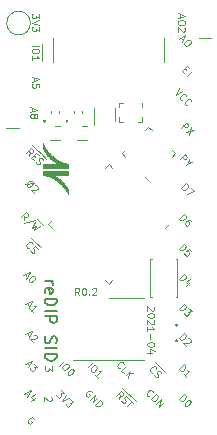
<source format=gto>
G04 #@! TF.GenerationSoftware,KiCad,Pcbnew,5.1.9-1.fc33*
G04 #@! TF.CreationDate,2021-04-27T13:35:09+02:00*
G04 #@! TF.ProjectId,reDIP-SID,72654449-502d-4534-9944-2e6b69636164,0.2*
G04 #@! TF.SameCoordinates,PX5e28010PY8011a50*
G04 #@! TF.FileFunction,Legend,Top*
G04 #@! TF.FilePolarity,Positive*
%FSLAX46Y46*%
G04 Gerber Fmt 4.6, Leading zero omitted, Abs format (unit mm)*
G04 Created by KiCad (PCBNEW 5.1.9-1.fc33) date 2021-04-27 13:35:09*
%MOMM*%
%LPD*%
G01*
G04 APERTURE LIST*
%ADD10C,0.120000*%
%ADD11C,0.200000*%
%ADD12C,0.350000*%
G04 APERTURE END LIST*
D10*
X105151428Y-123021428D02*
X104951428Y-122735714D01*
X104808571Y-123021428D02*
X104808571Y-122421428D01*
X105037142Y-122421428D01*
X105094285Y-122450000D01*
X105122857Y-122478571D01*
X105151428Y-122535714D01*
X105151428Y-122621428D01*
X105122857Y-122678571D01*
X105094285Y-122707142D01*
X105037142Y-122735714D01*
X104808571Y-122735714D01*
X105522857Y-122421428D02*
X105580000Y-122421428D01*
X105637142Y-122450000D01*
X105665714Y-122478571D01*
X105694285Y-122535714D01*
X105722857Y-122650000D01*
X105722857Y-122792857D01*
X105694285Y-122907142D01*
X105665714Y-122964285D01*
X105637142Y-122992857D01*
X105580000Y-123021428D01*
X105522857Y-123021428D01*
X105465714Y-122992857D01*
X105437142Y-122964285D01*
X105408571Y-122907142D01*
X105380000Y-122792857D01*
X105380000Y-122650000D01*
X105408571Y-122535714D01*
X105437142Y-122478571D01*
X105465714Y-122450000D01*
X105522857Y-122421428D01*
X105980000Y-122964285D02*
X106008571Y-122992857D01*
X105980000Y-123021428D01*
X105951428Y-122992857D01*
X105980000Y-122964285D01*
X105980000Y-123021428D01*
X106237142Y-122478571D02*
X106265714Y-122450000D01*
X106322857Y-122421428D01*
X106465714Y-122421428D01*
X106522857Y-122450000D01*
X106551428Y-122478571D01*
X106580000Y-122535714D01*
X106580000Y-122592857D01*
X106551428Y-122678571D01*
X106208571Y-123021428D01*
X106580000Y-123021428D01*
X111451428Y-124018571D02*
X111480000Y-124047142D01*
X111508571Y-124104285D01*
X111508571Y-124247142D01*
X111480000Y-124304285D01*
X111451428Y-124332857D01*
X111394285Y-124361428D01*
X111337142Y-124361428D01*
X111251428Y-124332857D01*
X110908571Y-123990000D01*
X110908571Y-124361428D01*
X111508571Y-124732857D02*
X111508571Y-124790000D01*
X111480000Y-124847142D01*
X111451428Y-124875714D01*
X111394285Y-124904285D01*
X111280000Y-124932857D01*
X111137142Y-124932857D01*
X111022857Y-124904285D01*
X110965714Y-124875714D01*
X110937142Y-124847142D01*
X110908571Y-124790000D01*
X110908571Y-124732857D01*
X110937142Y-124675714D01*
X110965714Y-124647142D01*
X111022857Y-124618571D01*
X111137142Y-124590000D01*
X111280000Y-124590000D01*
X111394285Y-124618571D01*
X111451428Y-124647142D01*
X111480000Y-124675714D01*
X111508571Y-124732857D01*
X111451428Y-125161428D02*
X111480000Y-125190000D01*
X111508571Y-125247142D01*
X111508571Y-125390000D01*
X111480000Y-125447142D01*
X111451428Y-125475714D01*
X111394285Y-125504285D01*
X111337142Y-125504285D01*
X111251428Y-125475714D01*
X110908571Y-125132857D01*
X110908571Y-125504285D01*
X110908571Y-126075714D02*
X110908571Y-125732857D01*
X110908571Y-125904285D02*
X111508571Y-125904285D01*
X111422857Y-125847142D01*
X111365714Y-125790000D01*
X111337142Y-125732857D01*
X111137142Y-126332857D02*
X111137142Y-126790000D01*
X111508571Y-127190000D02*
X111508571Y-127247142D01*
X111480000Y-127304285D01*
X111451428Y-127332857D01*
X111394285Y-127361428D01*
X111280000Y-127390000D01*
X111137142Y-127390000D01*
X111022857Y-127361428D01*
X110965714Y-127332857D01*
X110937142Y-127304285D01*
X110908571Y-127247142D01*
X110908571Y-127190000D01*
X110937142Y-127132857D01*
X110965714Y-127104285D01*
X111022857Y-127075714D01*
X111137142Y-127047142D01*
X111280000Y-127047142D01*
X111394285Y-127075714D01*
X111451428Y-127104285D01*
X111480000Y-127132857D01*
X111508571Y-127190000D01*
X111308571Y-127904285D02*
X110908571Y-127904285D01*
X111537142Y-127761428D02*
X111108571Y-127618571D01*
X111108571Y-127990000D01*
X113680000Y-99247142D02*
X113680000Y-99532857D01*
X113508571Y-99190000D02*
X114108571Y-99390000D01*
X113508571Y-99590000D01*
X114108571Y-99904285D02*
X114108571Y-100018571D01*
X114080000Y-100075714D01*
X114022857Y-100132857D01*
X113908571Y-100161428D01*
X113708571Y-100161428D01*
X113594285Y-100132857D01*
X113537142Y-100075714D01*
X113508571Y-100018571D01*
X113508571Y-99904285D01*
X113537142Y-99847142D01*
X113594285Y-99790000D01*
X113708571Y-99761428D01*
X113908571Y-99761428D01*
X114022857Y-99790000D01*
X114080000Y-99847142D01*
X114108571Y-99904285D01*
X114051428Y-100390000D02*
X114080000Y-100418571D01*
X114108571Y-100475714D01*
X114108571Y-100618571D01*
X114080000Y-100675714D01*
X114051428Y-100704285D01*
X113994285Y-100732857D01*
X113937142Y-100732857D01*
X113851428Y-100704285D01*
X113508571Y-100361428D01*
X113508571Y-100732857D01*
X102741428Y-131668571D02*
X102770000Y-131697142D01*
X102798571Y-131754285D01*
X102798571Y-131897142D01*
X102770000Y-131954285D01*
X102741428Y-131982857D01*
X102684285Y-132011428D01*
X102627142Y-132011428D01*
X102541428Y-131982857D01*
X102198571Y-131640000D01*
X102198571Y-132011428D01*
X102808571Y-129070000D02*
X102808571Y-129441428D01*
X102580000Y-129241428D01*
X102580000Y-129327142D01*
X102551428Y-129384285D01*
X102522857Y-129412857D01*
X102465714Y-129441428D01*
X102322857Y-129441428D01*
X102265714Y-129412857D01*
X102237142Y-129384285D01*
X102208571Y-129327142D01*
X102208571Y-129155714D01*
X102237142Y-129098571D01*
X102265714Y-129070000D01*
X103597055Y-131082385D02*
X103859695Y-131345025D01*
X103556649Y-131365228D01*
X103617258Y-131425837D01*
X103637461Y-131486446D01*
X103637461Y-131526852D01*
X103617258Y-131587461D01*
X103516243Y-131688477D01*
X103455634Y-131708680D01*
X103415228Y-131708680D01*
X103354619Y-131688477D01*
X103233400Y-131567258D01*
X103213197Y-131506649D01*
X103213197Y-131466243D01*
X103980913Y-131466243D02*
X103698071Y-132031928D01*
X104263756Y-131749086D01*
X104364771Y-131850101D02*
X104627411Y-132112741D01*
X104324365Y-132132944D01*
X104384974Y-132193553D01*
X104405177Y-132254162D01*
X104405177Y-132294568D01*
X104384974Y-132355177D01*
X104283959Y-132456193D01*
X104223350Y-132476396D01*
X104182944Y-132476396D01*
X104122335Y-132456193D01*
X104001116Y-132334974D01*
X103980913Y-132274365D01*
X103980913Y-132233959D01*
X103453806Y-128997664D02*
X103878071Y-128573400D01*
X104160913Y-128856243D02*
X104241725Y-128937055D01*
X104261928Y-128997664D01*
X104261928Y-129078477D01*
X104201319Y-129179492D01*
X104059898Y-129320913D01*
X103958883Y-129381522D01*
X103878071Y-129381522D01*
X103817461Y-129361319D01*
X103736649Y-129280507D01*
X103716446Y-129219898D01*
X103716446Y-129139086D01*
X103777055Y-129038071D01*
X103918477Y-128896649D01*
X104019492Y-128836040D01*
X104100304Y-128836040D01*
X104160913Y-128856243D01*
X104605380Y-129300710D02*
X104645786Y-129341116D01*
X104665990Y-129401725D01*
X104665990Y-129442132D01*
X104645786Y-129502741D01*
X104585177Y-129603756D01*
X104484162Y-129704771D01*
X104383147Y-129765380D01*
X104322538Y-129785583D01*
X104282132Y-129785583D01*
X104221522Y-129765380D01*
X104181116Y-129724974D01*
X104160913Y-129664365D01*
X104160913Y-129623959D01*
X104181116Y-129563350D01*
X104241725Y-129462335D01*
X104342741Y-129361319D01*
X104443756Y-129300710D01*
X104504365Y-129280507D01*
X104544771Y-129280507D01*
X104605380Y-129300710D01*
X106248883Y-131274619D02*
X106228680Y-131214009D01*
X106168071Y-131153400D01*
X106087258Y-131112994D01*
X106006446Y-131112994D01*
X105945837Y-131133197D01*
X105844822Y-131193806D01*
X105784213Y-131254416D01*
X105723603Y-131355431D01*
X105703400Y-131416040D01*
X105703400Y-131496852D01*
X105743806Y-131577664D01*
X105784213Y-131618071D01*
X105865025Y-131658477D01*
X105905431Y-131658477D01*
X106046852Y-131517055D01*
X105966040Y-131436243D01*
X106046852Y-131880710D02*
X106471116Y-131456446D01*
X106289289Y-132123147D01*
X106713553Y-131698883D01*
X106491319Y-132325177D02*
X106915583Y-131900913D01*
X107016599Y-132001928D01*
X107057005Y-132082741D01*
X107057005Y-132163553D01*
X107036802Y-132224162D01*
X106976193Y-132325177D01*
X106915583Y-132385786D01*
X106814568Y-132446396D01*
X106753959Y-132466599D01*
X106673147Y-132466599D01*
X106592335Y-132426193D01*
X106491319Y-132325177D01*
X105843806Y-129147664D02*
X106268071Y-128723400D01*
X106550913Y-129006243D02*
X106631725Y-129087055D01*
X106651928Y-129147664D01*
X106651928Y-129228477D01*
X106591319Y-129329492D01*
X106449898Y-129470913D01*
X106348883Y-129531522D01*
X106268071Y-129531522D01*
X106207461Y-129511319D01*
X106126649Y-129430507D01*
X106106446Y-129369898D01*
X106106446Y-129289086D01*
X106167055Y-129188071D01*
X106308477Y-129046649D01*
X106409492Y-128986040D01*
X106490304Y-128986040D01*
X106550913Y-129006243D01*
X106712538Y-130016396D02*
X106470101Y-129773959D01*
X106591319Y-129895177D02*
X107015583Y-129470913D01*
X106914568Y-129491116D01*
X106833756Y-129491116D01*
X106773147Y-129470913D01*
X108575938Y-129238984D02*
X108535532Y-129238984D01*
X108454720Y-129198578D01*
X108414314Y-129158172D01*
X108373908Y-129077360D01*
X108373908Y-128996548D01*
X108394111Y-128935938D01*
X108454720Y-128834923D01*
X108515329Y-128774314D01*
X108616345Y-128713705D01*
X108676954Y-128693502D01*
X108757766Y-128693502D01*
X108838578Y-128733908D01*
X108878984Y-128774314D01*
X108919390Y-128855126D01*
X108919390Y-128895532D01*
X108919390Y-129663248D02*
X108717360Y-129461218D01*
X109141624Y-129036954D01*
X109060812Y-129804670D02*
X109485076Y-129380406D01*
X109303248Y-130047106D02*
X109363857Y-129622842D01*
X109727512Y-129622842D02*
X109242639Y-129622842D01*
X108779991Y-130868434D02*
X109204255Y-131292698D01*
X108515735Y-131819593D02*
X108576345Y-131476142D01*
X108273299Y-131577157D02*
X108697563Y-131152893D01*
X108859187Y-131314517D01*
X108879390Y-131375126D01*
X108879390Y-131415532D01*
X108859187Y-131476142D01*
X108798578Y-131536751D01*
X108737969Y-131556954D01*
X108697563Y-131556954D01*
X108636954Y-131536751D01*
X108475329Y-131375126D01*
X109204255Y-131292698D02*
X109608316Y-131696759D01*
X108697563Y-131961015D02*
X108737969Y-132041827D01*
X108838984Y-132142842D01*
X108899593Y-132163045D01*
X108940000Y-132163045D01*
X109000609Y-132142842D01*
X109041015Y-132102436D01*
X109061218Y-132041827D01*
X109061218Y-132001421D01*
X109041015Y-131940812D01*
X108980406Y-131839796D01*
X108960203Y-131779187D01*
X108960203Y-131738781D01*
X108980406Y-131678172D01*
X109020812Y-131637766D01*
X109081421Y-131617563D01*
X109121827Y-131617563D01*
X109182436Y-131637766D01*
X109283451Y-131738781D01*
X109323857Y-131819593D01*
X109608316Y-131696759D02*
X109931565Y-132020008D01*
X109465279Y-131920609D02*
X109707715Y-132163045D01*
X109162233Y-132466091D02*
X109586497Y-132041827D01*
X111561616Y-128700058D02*
X111985880Y-129124322D01*
X111337766Y-129610812D02*
X111297360Y-129610812D01*
X111216548Y-129570406D01*
X111176142Y-129530000D01*
X111135735Y-129449187D01*
X111135735Y-129368375D01*
X111155938Y-129307766D01*
X111216548Y-129206751D01*
X111277157Y-129146142D01*
X111378172Y-129085532D01*
X111438781Y-129065329D01*
X111519593Y-129065329D01*
X111600406Y-129105735D01*
X111640812Y-129146142D01*
X111681218Y-129226954D01*
X111681218Y-129267360D01*
X111985880Y-129124322D02*
X112389941Y-129528383D01*
X111479187Y-129792639D02*
X111519593Y-129873451D01*
X111620609Y-129974467D01*
X111681218Y-129994670D01*
X111721624Y-129994670D01*
X111782233Y-129974467D01*
X111822639Y-129934061D01*
X111842842Y-129873451D01*
X111842842Y-129833045D01*
X111822639Y-129772436D01*
X111762030Y-129671421D01*
X111741827Y-129610812D01*
X111741827Y-129570406D01*
X111762030Y-129509796D01*
X111802436Y-129469390D01*
X111863045Y-129449187D01*
X111903451Y-129449187D01*
X111964061Y-129469390D01*
X112065076Y-129570406D01*
X112105482Y-129651218D01*
X111065431Y-131618477D02*
X111025025Y-131618477D01*
X110944213Y-131578071D01*
X110903806Y-131537664D01*
X110863400Y-131456852D01*
X110863400Y-131376040D01*
X110883603Y-131315431D01*
X110944213Y-131214416D01*
X111004822Y-131153806D01*
X111105837Y-131093197D01*
X111166446Y-131072994D01*
X111247258Y-131072994D01*
X111328071Y-131113400D01*
X111368477Y-131153806D01*
X111408883Y-131234619D01*
X111408883Y-131275025D01*
X111206852Y-131840710D02*
X111631116Y-131416446D01*
X111732132Y-131517461D01*
X111772538Y-131598274D01*
X111772538Y-131679086D01*
X111752335Y-131739695D01*
X111691725Y-131840710D01*
X111631116Y-131901319D01*
X111530101Y-131961928D01*
X111469492Y-131982132D01*
X111388680Y-131982132D01*
X111307867Y-131941725D01*
X111206852Y-131840710D01*
X111631116Y-132264974D02*
X112055380Y-131840710D01*
X111873553Y-132507411D01*
X112297817Y-132083147D01*
X113574923Y-124188781D02*
X113999187Y-123764517D01*
X114100203Y-123865532D01*
X114140609Y-123946345D01*
X114140609Y-124027157D01*
X114120406Y-124087766D01*
X114059796Y-124188781D01*
X113999187Y-124249390D01*
X113898172Y-124310000D01*
X113837563Y-124330203D01*
X113756751Y-124330203D01*
X113675938Y-124289796D01*
X113574923Y-124188781D01*
X114383045Y-124148375D02*
X114645685Y-124411015D01*
X114342639Y-124431218D01*
X114403248Y-124491827D01*
X114423451Y-124552436D01*
X114423451Y-124592842D01*
X114403248Y-124653451D01*
X114302233Y-124754467D01*
X114241624Y-124774670D01*
X114201218Y-124774670D01*
X114140609Y-124754467D01*
X114019390Y-124633248D01*
X113999187Y-124572639D01*
X113999187Y-124532233D01*
X113594923Y-121638781D02*
X114019187Y-121214517D01*
X114120203Y-121315532D01*
X114160609Y-121396345D01*
X114160609Y-121477157D01*
X114140406Y-121537766D01*
X114079796Y-121638781D01*
X114019187Y-121699390D01*
X113918172Y-121760000D01*
X113857563Y-121780203D01*
X113776751Y-121780203D01*
X113695938Y-121739796D01*
X113594923Y-121638781D01*
X114483857Y-121962030D02*
X114201015Y-122244873D01*
X114544467Y-121699390D02*
X114140406Y-121901421D01*
X114403045Y-122164061D01*
X100726243Y-126277664D02*
X100928274Y-126479695D01*
X100564619Y-126358477D02*
X101130304Y-126075634D01*
X100847461Y-126641319D01*
X101352538Y-126378680D02*
X101392944Y-126378680D01*
X101453553Y-126398883D01*
X101554568Y-126499898D01*
X101574771Y-126560507D01*
X101574771Y-126600913D01*
X101554568Y-126661522D01*
X101514162Y-126701928D01*
X101433350Y-126742335D01*
X100948477Y-126742335D01*
X101211116Y-127004974D01*
X100696243Y-128787664D02*
X100898274Y-128989695D01*
X100534619Y-128868477D02*
X101100304Y-128585634D01*
X100817461Y-129151319D01*
X101342741Y-128828071D02*
X101605380Y-129090710D01*
X101302335Y-129110913D01*
X101362944Y-129171522D01*
X101383147Y-129232132D01*
X101383147Y-129272538D01*
X101362944Y-129333147D01*
X101261928Y-129434162D01*
X101201319Y-129454365D01*
X101160913Y-129454365D01*
X101100304Y-129434162D01*
X100979086Y-129312944D01*
X100958883Y-129252335D01*
X100958883Y-129211928D01*
X100726243Y-123737664D02*
X100928274Y-123939695D01*
X100564619Y-123818477D02*
X101130304Y-123535634D01*
X100847461Y-124101319D01*
X101211116Y-124464974D02*
X100968680Y-124222538D01*
X101089898Y-124343756D02*
X101514162Y-123919492D01*
X101413147Y-123939695D01*
X101332335Y-123939695D01*
X101271725Y-123919492D01*
X113594923Y-116568781D02*
X114019187Y-116144517D01*
X114120203Y-116245532D01*
X114160609Y-116326345D01*
X114160609Y-116407157D01*
X114140406Y-116467766D01*
X114079796Y-116568781D01*
X114019187Y-116629390D01*
X113918172Y-116690000D01*
X113857563Y-116710203D01*
X113776751Y-116710203D01*
X113695938Y-116669796D01*
X113594923Y-116568781D01*
X114625279Y-116750609D02*
X114544467Y-116669796D01*
X114483857Y-116649593D01*
X114443451Y-116649593D01*
X114342436Y-116669796D01*
X114241421Y-116730406D01*
X114079796Y-116892030D01*
X114059593Y-116952639D01*
X114059593Y-116993045D01*
X114079796Y-117053654D01*
X114160609Y-117134467D01*
X114221218Y-117154670D01*
X114261624Y-117154670D01*
X114322233Y-117134467D01*
X114423248Y-117033451D01*
X114443451Y-116972842D01*
X114443451Y-116932436D01*
X114423248Y-116871827D01*
X114342436Y-116791015D01*
X114281827Y-116770812D01*
X114241421Y-116770812D01*
X114180812Y-116791015D01*
X113584923Y-119098781D02*
X114009187Y-118674517D01*
X114110203Y-118775532D01*
X114150609Y-118856345D01*
X114150609Y-118937157D01*
X114130406Y-118997766D01*
X114069796Y-119098781D01*
X114009187Y-119159390D01*
X113908172Y-119220000D01*
X113847563Y-119240203D01*
X113766751Y-119240203D01*
X113685938Y-119199796D01*
X113584923Y-119098781D01*
X114635482Y-119300812D02*
X114433451Y-119098781D01*
X114211218Y-119280609D01*
X114251624Y-119280609D01*
X114312233Y-119300812D01*
X114413248Y-119401827D01*
X114433451Y-119462436D01*
X114433451Y-119502842D01*
X114413248Y-119563451D01*
X114312233Y-119664467D01*
X114251624Y-119684670D01*
X114211218Y-119684670D01*
X114150609Y-119664467D01*
X114049593Y-119563451D01*
X114029390Y-119502842D01*
X114029390Y-119462436D01*
X113574923Y-126668781D02*
X113999187Y-126244517D01*
X114100203Y-126345532D01*
X114140609Y-126426345D01*
X114140609Y-126507157D01*
X114120406Y-126567766D01*
X114059796Y-126668781D01*
X113999187Y-126729390D01*
X113898172Y-126790000D01*
X113837563Y-126810203D01*
X113756751Y-126810203D01*
X113675938Y-126769796D01*
X113574923Y-126668781D01*
X114362842Y-126688984D02*
X114403248Y-126688984D01*
X114463857Y-126709187D01*
X114564873Y-126810203D01*
X114585076Y-126870812D01*
X114585076Y-126911218D01*
X114564873Y-126971827D01*
X114524467Y-127012233D01*
X114443654Y-127052639D01*
X113958781Y-127052639D01*
X114221421Y-127315279D01*
X113564923Y-129308781D02*
X113989187Y-128884517D01*
X114090203Y-128985532D01*
X114130609Y-129066345D01*
X114130609Y-129147157D01*
X114110406Y-129207766D01*
X114049796Y-129308781D01*
X113989187Y-129369390D01*
X113888172Y-129430000D01*
X113827563Y-129450203D01*
X113746751Y-129450203D01*
X113665938Y-129409796D01*
X113564923Y-129308781D01*
X114211421Y-129955279D02*
X113968984Y-129712842D01*
X114090203Y-129834061D02*
X114514467Y-129409796D01*
X114413451Y-129430000D01*
X114332639Y-129430000D01*
X114272030Y-129409796D01*
X101149687Y-110298129D02*
X101573951Y-110722393D01*
X100885431Y-111249289D02*
X100946040Y-110905837D01*
X100642994Y-111006852D02*
X101067258Y-110582588D01*
X101228883Y-110744213D01*
X101249086Y-110804822D01*
X101249086Y-110845228D01*
X101228883Y-110905837D01*
X101168274Y-110966446D01*
X101107664Y-110986649D01*
X101067258Y-110986649D01*
X101006649Y-110966446D01*
X100845025Y-110804822D01*
X101573951Y-110722393D02*
X101957809Y-111106251D01*
X101289492Y-111208883D02*
X101430913Y-111350304D01*
X101269289Y-111633147D02*
X101067258Y-111431116D01*
X101491522Y-111006852D01*
X101693553Y-111208883D01*
X101957809Y-111106251D02*
X102361870Y-111510312D01*
X101451116Y-111774568D02*
X101491522Y-111855380D01*
X101592538Y-111956396D01*
X101653147Y-111976599D01*
X101693553Y-111976599D01*
X101754162Y-111956396D01*
X101794568Y-111915990D01*
X101814771Y-111855380D01*
X101814771Y-111814974D01*
X101794568Y-111754365D01*
X101733959Y-111653350D01*
X101713756Y-111592741D01*
X101713756Y-111552335D01*
X101733959Y-111491725D01*
X101774365Y-111451319D01*
X101834974Y-111431116D01*
X101875380Y-111431116D01*
X101935990Y-111451319D01*
X102037005Y-111552335D01*
X102077411Y-111633147D01*
X101331928Y-113557258D02*
X100584416Y-113658274D01*
X100705634Y-113779492D02*
X100685431Y-113718883D01*
X100685431Y-113638071D01*
X100746040Y-113537055D01*
X100887461Y-113395634D01*
X100988477Y-113335025D01*
X101069289Y-113335025D01*
X101129898Y-113355228D01*
X101210710Y-113436040D01*
X101230913Y-113496649D01*
X101230913Y-113577461D01*
X101170304Y-113678477D01*
X101028883Y-113819898D01*
X100927867Y-113880507D01*
X100847055Y-113880507D01*
X100786446Y-113860304D01*
X100705634Y-113779492D01*
X101432944Y-113739086D02*
X101473350Y-113739086D01*
X101533959Y-113759289D01*
X101634974Y-113860304D01*
X101655177Y-113920913D01*
X101655177Y-113961319D01*
X101634974Y-114021928D01*
X101594568Y-114062335D01*
X101513756Y-114102741D01*
X101028883Y-114102741D01*
X101291522Y-114365380D01*
X100424720Y-116678578D02*
X100485329Y-116335126D01*
X100182284Y-116436142D02*
X100606548Y-116011877D01*
X100768172Y-116173502D01*
X100788375Y-116234111D01*
X100788375Y-116274517D01*
X100768172Y-116335126D01*
X100707563Y-116395735D01*
X100646954Y-116415938D01*
X100606548Y-116415938D01*
X100545938Y-116395735D01*
X100384314Y-116234111D01*
X101354061Y-116718984D02*
X100444923Y-116900812D01*
X101557707Y-116596150D02*
X102042580Y-117081023D01*
X101434873Y-116840203D02*
X101111624Y-117365482D01*
X101495482Y-117143248D01*
X101273248Y-117527106D01*
X101798528Y-117203857D01*
X101071616Y-118160058D02*
X101495880Y-118584322D01*
X100847766Y-119070812D02*
X100807360Y-119070812D01*
X100726548Y-119030406D01*
X100686142Y-118990000D01*
X100645735Y-118909187D01*
X100645735Y-118828375D01*
X100665938Y-118767766D01*
X100726548Y-118666751D01*
X100787157Y-118606142D01*
X100888172Y-118545532D01*
X100948781Y-118525329D01*
X101029593Y-118525329D01*
X101110406Y-118565735D01*
X101150812Y-118606142D01*
X101191218Y-118686954D01*
X101191218Y-118727360D01*
X101495880Y-118584322D02*
X101899941Y-118988383D01*
X100989187Y-119252639D02*
X101029593Y-119333451D01*
X101130609Y-119434467D01*
X101191218Y-119454670D01*
X101231624Y-119454670D01*
X101292233Y-119434467D01*
X101332639Y-119394061D01*
X101352842Y-119333451D01*
X101352842Y-119293045D01*
X101332639Y-119232436D01*
X101272030Y-119131421D01*
X101251827Y-119070812D01*
X101251827Y-119030406D01*
X101272030Y-118969796D01*
X101312436Y-118929390D01*
X101373045Y-118909187D01*
X101413451Y-118909187D01*
X101474061Y-118929390D01*
X101575076Y-119030406D01*
X101615482Y-119111218D01*
X100546243Y-121267664D02*
X100748274Y-121469695D01*
X100384619Y-121348477D02*
X100950304Y-121065634D01*
X100667461Y-121631319D01*
X101313959Y-121429289D02*
X101354365Y-121469695D01*
X101374568Y-121530304D01*
X101374568Y-121570710D01*
X101354365Y-121631319D01*
X101293756Y-121732335D01*
X101192741Y-121833350D01*
X101091725Y-121893959D01*
X101031116Y-121914162D01*
X100990710Y-121914162D01*
X100930101Y-121893959D01*
X100889695Y-121853553D01*
X100869492Y-121792944D01*
X100869492Y-121752538D01*
X100889695Y-121691928D01*
X100950304Y-121590913D01*
X101051319Y-121489898D01*
X101152335Y-121429289D01*
X101212944Y-121409086D01*
X101253350Y-121409086D01*
X101313959Y-121429289D01*
X100636243Y-131307664D02*
X100838274Y-131509695D01*
X100474619Y-131388477D02*
X101040304Y-131105634D01*
X100757461Y-131671319D01*
X101363553Y-131711725D02*
X101080710Y-131994568D01*
X101424162Y-131449086D02*
X101020101Y-131651116D01*
X101282741Y-131913756D01*
X113574923Y-131838781D02*
X113999187Y-131414517D01*
X114100203Y-131515532D01*
X114140609Y-131596345D01*
X114140609Y-131677157D01*
X114120406Y-131737766D01*
X114059796Y-131838781D01*
X113999187Y-131899390D01*
X113898172Y-131960000D01*
X113837563Y-131980203D01*
X113756751Y-131980203D01*
X113675938Y-131939796D01*
X113574923Y-131838781D01*
X114504264Y-131919593D02*
X114544670Y-131960000D01*
X114564873Y-132020609D01*
X114564873Y-132061015D01*
X114544670Y-132121624D01*
X114484061Y-132222639D01*
X114383045Y-132323654D01*
X114282030Y-132384264D01*
X114221421Y-132404467D01*
X114181015Y-132404467D01*
X114120406Y-132384264D01*
X114080000Y-132343857D01*
X114059796Y-132283248D01*
X114059796Y-132242842D01*
X114080000Y-132182233D01*
X114140609Y-132081218D01*
X114241624Y-131980203D01*
X114342639Y-131919593D01*
X114403248Y-131899390D01*
X114443654Y-131899390D01*
X114504264Y-131919593D01*
X113794923Y-114008781D02*
X114219187Y-113584517D01*
X114320203Y-113685532D01*
X114360609Y-113766345D01*
X114360609Y-113847157D01*
X114340406Y-113907766D01*
X114279796Y-114008781D01*
X114219187Y-114069390D01*
X114118172Y-114130000D01*
X114057563Y-114150203D01*
X113976751Y-114150203D01*
X113895938Y-114109796D01*
X113794923Y-114008781D01*
X114603045Y-113968375D02*
X114885888Y-114251218D01*
X114279796Y-114493654D01*
X113635126Y-111538984D02*
X114059390Y-111114720D01*
X114221015Y-111276345D01*
X114241218Y-111336954D01*
X114241218Y-111377360D01*
X114221015Y-111437969D01*
X114160406Y-111498578D01*
X114099796Y-111518781D01*
X114059390Y-111518781D01*
X113998781Y-111498578D01*
X113837157Y-111336954D01*
X114342233Y-111842030D02*
X114140203Y-112044061D01*
X114423045Y-111478375D02*
X114342233Y-111842030D01*
X114705888Y-111761218D01*
X113754923Y-108848781D02*
X114179187Y-108424517D01*
X114340812Y-108586142D01*
X114361015Y-108646751D01*
X114361015Y-108687157D01*
X114340812Y-108747766D01*
X114280203Y-108808375D01*
X114219593Y-108828578D01*
X114179187Y-108828578D01*
X114118578Y-108808375D01*
X113956954Y-108646751D01*
X114563045Y-108808375D02*
X114421624Y-109515482D01*
X114845888Y-109091218D02*
X114138781Y-109232639D01*
X116310000Y-101270000D02*
X115240000Y-101270000D01*
X114068375Y-103847766D02*
X114209796Y-103989187D01*
X114048172Y-104272030D02*
X113846142Y-104070000D01*
X114270406Y-103645735D01*
X114472436Y-103847766D01*
X114230000Y-104453857D02*
X114654264Y-104029593D01*
X113716040Y-101257461D02*
X113918071Y-101459492D01*
X113554416Y-101338274D02*
X114120101Y-101055431D01*
X113837258Y-101621116D01*
X114483756Y-101419086D02*
X114564568Y-101499898D01*
X114584771Y-101560507D01*
X114584771Y-101641319D01*
X114524162Y-101742335D01*
X114382741Y-101883756D01*
X114281725Y-101944365D01*
X114200913Y-101944365D01*
X114140304Y-101924162D01*
X114059492Y-101843350D01*
X114039289Y-101782741D01*
X114039289Y-101701928D01*
X114099898Y-101600913D01*
X114241319Y-101459492D01*
X114342335Y-101398883D01*
X114423147Y-101398883D01*
X114483756Y-101419086D01*
X101000000Y-100000000D02*
G75*
G03*
X101000000Y-100000000I-1000000J0D01*
G01*
X101343248Y-133558984D02*
X101323045Y-133498375D01*
X101262436Y-133437766D01*
X101181624Y-133397360D01*
X101100812Y-133397360D01*
X101040203Y-133417563D01*
X100939187Y-133478172D01*
X100878578Y-133538781D01*
X100817969Y-133639796D01*
X100797766Y-133700406D01*
X100797766Y-133781218D01*
X100838172Y-133862030D01*
X100878578Y-133902436D01*
X100959390Y-133942842D01*
X100999796Y-133942842D01*
X101141218Y-133801421D01*
X101060406Y-133720609D01*
X113576649Y-105501979D02*
X113293806Y-106067664D01*
X113859492Y-105784822D01*
X113859492Y-106552538D02*
X113819086Y-106552538D01*
X113738274Y-106512132D01*
X113697867Y-106471725D01*
X113657461Y-106390913D01*
X113657461Y-106310101D01*
X113677664Y-106249492D01*
X113738274Y-106148477D01*
X113798883Y-106087867D01*
X113899898Y-106027258D01*
X113960507Y-106007055D01*
X114041319Y-106007055D01*
X114122132Y-106047461D01*
X114162538Y-106087867D01*
X114202944Y-106168680D01*
X114202944Y-106209086D01*
X114283756Y-106976802D02*
X114243350Y-106976802D01*
X114162538Y-106936396D01*
X114122132Y-106895990D01*
X114081725Y-106815177D01*
X114081725Y-106734365D01*
X114101928Y-106673756D01*
X114162538Y-106572741D01*
X114223147Y-106512132D01*
X114324162Y-106451522D01*
X114384771Y-106431319D01*
X114465583Y-106431319D01*
X114546396Y-106471725D01*
X114586802Y-106512132D01*
X114627208Y-106592944D01*
X114627208Y-106633350D01*
X100000000Y-108890000D02*
X98930000Y-108890000D01*
X101160000Y-107191428D02*
X101160000Y-107477142D01*
X100988571Y-107134285D02*
X101588571Y-107334285D01*
X100988571Y-107534285D01*
X101331428Y-107820000D02*
X101360000Y-107762857D01*
X101388571Y-107734285D01*
X101445714Y-107705714D01*
X101474285Y-107705714D01*
X101531428Y-107734285D01*
X101560000Y-107762857D01*
X101588571Y-107820000D01*
X101588571Y-107934285D01*
X101560000Y-107991428D01*
X101531428Y-108020000D01*
X101474285Y-108048571D01*
X101445714Y-108048571D01*
X101388571Y-108020000D01*
X101360000Y-107991428D01*
X101331428Y-107934285D01*
X101331428Y-107820000D01*
X101302857Y-107762857D01*
X101274285Y-107734285D01*
X101217142Y-107705714D01*
X101102857Y-107705714D01*
X101045714Y-107734285D01*
X101017142Y-107762857D01*
X100988571Y-107820000D01*
X100988571Y-107934285D01*
X101017142Y-107991428D01*
X101045714Y-108020000D01*
X101102857Y-108048571D01*
X101217142Y-108048571D01*
X101274285Y-108020000D01*
X101302857Y-107991428D01*
X101331428Y-107934285D01*
X101300000Y-104621428D02*
X101300000Y-104907142D01*
X101128571Y-104564285D02*
X101728571Y-104764285D01*
X101128571Y-104964285D01*
X101728571Y-105450000D02*
X101728571Y-105164285D01*
X101442857Y-105135714D01*
X101471428Y-105164285D01*
X101500000Y-105221428D01*
X101500000Y-105364285D01*
X101471428Y-105421428D01*
X101442857Y-105450000D01*
X101385714Y-105478571D01*
X101242857Y-105478571D01*
X101185714Y-105450000D01*
X101157142Y-105421428D01*
X101128571Y-105364285D01*
X101128571Y-105221428D01*
X101157142Y-105164285D01*
X101185714Y-105135714D01*
X101988000Y-101767142D02*
X101988000Y-102052857D01*
X101128571Y-101910000D02*
X101728571Y-101910000D01*
X101988000Y-102052857D02*
X101988000Y-102681428D01*
X101728571Y-102310000D02*
X101728571Y-102424285D01*
X101700000Y-102481428D01*
X101642857Y-102538571D01*
X101528571Y-102567142D01*
X101328571Y-102567142D01*
X101214285Y-102538571D01*
X101157142Y-102481428D01*
X101128571Y-102424285D01*
X101128571Y-102310000D01*
X101157142Y-102252857D01*
X101214285Y-102195714D01*
X101328571Y-102167142D01*
X101528571Y-102167142D01*
X101642857Y-102195714D01*
X101700000Y-102252857D01*
X101728571Y-102310000D01*
X101988000Y-102681428D02*
X101988000Y-103252857D01*
X101128571Y-103138571D02*
X101128571Y-102795714D01*
X101128571Y-102967142D02*
X101728571Y-102967142D01*
X101642857Y-102910000D01*
X101585714Y-102852857D01*
X101557142Y-102795714D01*
X101728571Y-99227142D02*
X101728571Y-99598571D01*
X101500000Y-99398571D01*
X101500000Y-99484285D01*
X101471428Y-99541428D01*
X101442857Y-99570000D01*
X101385714Y-99598571D01*
X101242857Y-99598571D01*
X101185714Y-99570000D01*
X101157142Y-99541428D01*
X101128571Y-99484285D01*
X101128571Y-99312857D01*
X101157142Y-99255714D01*
X101185714Y-99227142D01*
X101728571Y-99770000D02*
X101128571Y-99970000D01*
X101728571Y-100170000D01*
X101728571Y-100312857D02*
X101728571Y-100684285D01*
X101500000Y-100484285D01*
X101500000Y-100570000D01*
X101471428Y-100627142D01*
X101442857Y-100655714D01*
X101385714Y-100684285D01*
X101242857Y-100684285D01*
X101185714Y-100655714D01*
X101157142Y-100627142D01*
X101128571Y-100570000D01*
X101128571Y-100398571D01*
X101157142Y-100341428D01*
X101185714Y-100312857D01*
D11*
X102227619Y-121866666D02*
X102894285Y-121866666D01*
X102703809Y-121866666D02*
X102799047Y-121914285D01*
X102846666Y-121961904D01*
X102894285Y-122057142D01*
X102894285Y-122152380D01*
X102275238Y-122866666D02*
X102227619Y-122771428D01*
X102227619Y-122580952D01*
X102275238Y-122485714D01*
X102370476Y-122438095D01*
X102751428Y-122438095D01*
X102846666Y-122485714D01*
X102894285Y-122580952D01*
X102894285Y-122771428D01*
X102846666Y-122866666D01*
X102751428Y-122914285D01*
X102656190Y-122914285D01*
X102560952Y-122438095D01*
X102227619Y-123342857D02*
X103227619Y-123342857D01*
X103227619Y-123580952D01*
X103180000Y-123723809D01*
X103084761Y-123819047D01*
X102989523Y-123866666D01*
X102799047Y-123914285D01*
X102656190Y-123914285D01*
X102465714Y-123866666D01*
X102370476Y-123819047D01*
X102275238Y-123723809D01*
X102227619Y-123580952D01*
X102227619Y-123342857D01*
X102227619Y-124342857D02*
X103227619Y-124342857D01*
X102227619Y-124819047D02*
X103227619Y-124819047D01*
X103227619Y-125200000D01*
X103180000Y-125295238D01*
X103132380Y-125342857D01*
X103037142Y-125390476D01*
X102894285Y-125390476D01*
X102799047Y-125342857D01*
X102751428Y-125295238D01*
X102703809Y-125200000D01*
X102703809Y-124819047D01*
X102275238Y-126533333D02*
X102227619Y-126676190D01*
X102227619Y-126914285D01*
X102275238Y-127009523D01*
X102322857Y-127057142D01*
X102418095Y-127104761D01*
X102513333Y-127104761D01*
X102608571Y-127057142D01*
X102656190Y-127009523D01*
X102703809Y-126914285D01*
X102751428Y-126723809D01*
X102799047Y-126628571D01*
X102846666Y-126580952D01*
X102941904Y-126533333D01*
X103037142Y-126533333D01*
X103132380Y-126580952D01*
X103180000Y-126628571D01*
X103227619Y-126723809D01*
X103227619Y-126961904D01*
X103180000Y-127104761D01*
X102227619Y-127533333D02*
X103227619Y-127533333D01*
X102227619Y-128009523D02*
X103227619Y-128009523D01*
X103227619Y-128247619D01*
X103180000Y-128390476D01*
X103084761Y-128485714D01*
X102989523Y-128533333D01*
X102799047Y-128580952D01*
X102656190Y-128580952D01*
X102465714Y-128533333D01*
X102370476Y-128485714D01*
X102275238Y-128390476D01*
X102227619Y-128247619D01*
X102227619Y-128009523D01*
D10*
G04 #@! TO.C,X1*
X108880000Y-106740000D02*
X108480000Y-106740000D01*
X110480000Y-107140000D02*
X110480000Y-106740000D01*
X108480000Y-107140000D02*
X108480000Y-106740000D01*
X108480000Y-108340000D02*
X108480000Y-107940000D01*
X110480000Y-108340000D02*
X110480000Y-107940000D01*
X108880000Y-108340000D02*
X108480000Y-108340000D01*
X110480000Y-108340000D02*
X110080000Y-108340000D01*
G04 #@! TO.C,SW1*
X111170000Y-123190000D02*
X111170000Y-119950000D01*
X111170000Y-119950000D02*
X111270000Y-119950000D01*
X111170000Y-123190000D02*
X111270000Y-123190000D01*
X113410000Y-123190000D02*
X113410000Y-119950000D01*
X113310000Y-119950000D02*
X113410000Y-119950000D01*
X113310000Y-123190000D02*
X113410000Y-123190000D01*
G04 #@! TO.C,J5*
X112320000Y-103270000D02*
X112320000Y-101270000D01*
X102920000Y-103270000D02*
X102920000Y-101270000D01*
G04 #@! TO.C,D4*
X113380000Y-125520000D02*
X113310000Y-125640000D01*
X113240000Y-125520000D02*
X113380000Y-125520000D01*
X113310000Y-125640000D02*
X113240000Y-125520000D01*
G04 #@! TO.C,D3*
X113240000Y-126900000D02*
X113310000Y-126780000D01*
X113380000Y-126900000D02*
X113240000Y-126900000D01*
X113310000Y-126780000D02*
X113380000Y-126900000D01*
D12*
G04 #@! TO.C,svg2mod*
G36*
X104312045Y-114180545D02*
G01*
X104282076Y-114111201D01*
X104248079Y-114041376D01*
X104210202Y-113971246D01*
X104168599Y-113900988D01*
X104123419Y-113830777D01*
X104074814Y-113760790D01*
X104022934Y-113691204D01*
X103967930Y-113622193D01*
X103909954Y-113553935D01*
X103849156Y-113486605D01*
X103785687Y-113420380D01*
X103719698Y-113355435D01*
X103651340Y-113291948D01*
X103580763Y-113230094D01*
X103508119Y-113170049D01*
X103433559Y-113111989D01*
X103357234Y-113056091D01*
X103279294Y-113002531D01*
X103199890Y-112951485D01*
X104311481Y-112951485D01*
X104311481Y-112534255D01*
X102108042Y-112534255D01*
X102108042Y-112951485D01*
X102116228Y-112951485D01*
X102196644Y-112955001D01*
X102277388Y-112963606D01*
X102358335Y-112977092D01*
X102439362Y-112995251D01*
X102520343Y-113017877D01*
X102601155Y-113044760D01*
X102681673Y-113075694D01*
X102761772Y-113110471D01*
X102841330Y-113148884D01*
X102920220Y-113190724D01*
X102998319Y-113235784D01*
X103075502Y-113283857D01*
X103151645Y-113334734D01*
X103226625Y-113388209D01*
X103300315Y-113444073D01*
X103372593Y-113502120D01*
X103443333Y-113562140D01*
X103512411Y-113623928D01*
X103579704Y-113687274D01*
X103645086Y-113751972D01*
X103708434Y-113817814D01*
X103769622Y-113884592D01*
X103828528Y-113952099D01*
X103885025Y-114020127D01*
X103938991Y-114088468D01*
X103990300Y-114156915D01*
X104038828Y-114225260D01*
X104084451Y-114293295D01*
X104127045Y-114360814D01*
X104166485Y-114427607D01*
X104202647Y-114493468D01*
X104235407Y-114558190D01*
X104264640Y-114621563D01*
X104290221Y-114683382D01*
X104312027Y-114743437D01*
X104312208Y-114712266D01*
X104312284Y-114631766D01*
X104312282Y-114521687D01*
X104312231Y-114401777D01*
X104312156Y-114291784D01*
X104312085Y-114211457D01*
X104312045Y-114180545D01*
G37*
G36*
X104312133Y-111905040D02*
G01*
X104303931Y-111905040D01*
X104223515Y-111901532D01*
X104142771Y-111892950D01*
X104061824Y-111879502D01*
X103980797Y-111861393D01*
X103899816Y-111838831D01*
X103819004Y-111812023D01*
X103738486Y-111781174D01*
X103658387Y-111746492D01*
X103578830Y-111708184D01*
X103499939Y-111666455D01*
X103421840Y-111621514D01*
X103344657Y-111573566D01*
X103268514Y-111522818D01*
X103193535Y-111469477D01*
X103119844Y-111413750D01*
X103047567Y-111355843D01*
X102976827Y-111295963D01*
X102907748Y-111234317D01*
X102840456Y-111171112D01*
X102775073Y-111106553D01*
X102711726Y-111040848D01*
X102650538Y-110974204D01*
X102591633Y-110906827D01*
X102535135Y-110838924D01*
X102481170Y-110770702D01*
X102429861Y-110702367D01*
X102381333Y-110634126D01*
X102335711Y-110566185D01*
X102293117Y-110498752D01*
X102253678Y-110432034D01*
X102217516Y-110366236D01*
X102184757Y-110301565D01*
X102155525Y-110238229D01*
X102129944Y-110176434D01*
X102108139Y-110116386D01*
X102108269Y-110152067D01*
X102108245Y-110232524D01*
X102108133Y-110339681D01*
X102107997Y-110455461D01*
X102107906Y-110561788D01*
X102107924Y-110640585D01*
X102108118Y-110673775D01*
X102138088Y-110743138D01*
X102172087Y-110813014D01*
X102209963Y-110883223D01*
X102251567Y-110953586D01*
X102296747Y-111023922D01*
X102345352Y-111094051D01*
X102397232Y-111163794D01*
X102452235Y-111232970D01*
X102510211Y-111301399D01*
X102571008Y-111368902D01*
X102634477Y-111435299D01*
X102700465Y-111500409D01*
X102768822Y-111564052D01*
X102839398Y-111626049D01*
X102912041Y-111686220D01*
X102986601Y-111744385D01*
X103062926Y-111800363D01*
X103140866Y-111853975D01*
X103220270Y-111905040D01*
X102108676Y-111905040D01*
X102108676Y-112322270D01*
X104312133Y-112323382D01*
X104312133Y-111905040D01*
G37*
D10*
G04 #@! TO.C,U7*
X107620000Y-123320000D02*
X110620000Y-123320000D01*
X104620000Y-128540000D02*
X110620000Y-128540000D01*
G04 #@! TO.C,U1*
X104930000Y-109920000D02*
X105830000Y-109920000D01*
X105380000Y-108720000D02*
X105830000Y-108720000D01*
G04 #@! TO.C,U2*
X102630000Y-109920000D02*
X103530000Y-109920000D01*
X103080000Y-108720000D02*
X103530000Y-108720000D01*
G04 #@! TO.C,U8*
X112389435Y-117345876D02*
X112725311Y-117010000D01*
X102514689Y-117010000D02*
X102850565Y-117345876D01*
X102850565Y-116674124D02*
X102514689Y-117010000D01*
X107620000Y-111904689D02*
X107955876Y-112240565D01*
X107284124Y-112240565D02*
X107620000Y-111904689D01*
X107620000Y-122115311D02*
X107284124Y-121779435D01*
X107955876Y-121779435D02*
X107620000Y-122115311D01*
G04 #@! TO.C,U5*
X106380000Y-108640000D02*
X106380000Y-107190000D01*
X108180000Y-107190000D02*
X108180000Y-108290000D01*
G04 #@! TO.C,U4*
X110681802Y-112998686D02*
X111000000Y-113316884D01*
X111000000Y-108763116D02*
X110681802Y-109081314D01*
X111318198Y-109081314D02*
X111000000Y-108763116D01*
X113276884Y-111040000D02*
X112958686Y-111358198D01*
X112958686Y-110721802D02*
X113276884Y-111040000D01*
X108723116Y-111040000D02*
X109041314Y-110721802D01*
X109041314Y-111358198D02*
X108723116Y-111040000D01*
G04 #@! TO.C,D2*
X102210000Y-108250000D02*
X102140000Y-108370000D01*
X102070000Y-108250000D02*
X102210000Y-108250000D01*
X102140000Y-108370000D02*
X102070000Y-108250000D01*
G04 #@! TO.C,D1*
X104130000Y-108250000D02*
X104060000Y-108370000D01*
X103990000Y-108250000D02*
X104130000Y-108250000D01*
X104060000Y-108370000D02*
X103990000Y-108250000D01*
G04 #@! TO.C,C1*
X105380000Y-107657836D02*
X105380000Y-107442164D01*
X104660000Y-107657836D02*
X104660000Y-107442164D01*
G04 #@! TO.C,C3*
X103460000Y-107657836D02*
X103460000Y-107442164D01*
X102740000Y-107657836D02*
X102740000Y-107442164D01*
G04 #@! TD*
M02*

</source>
